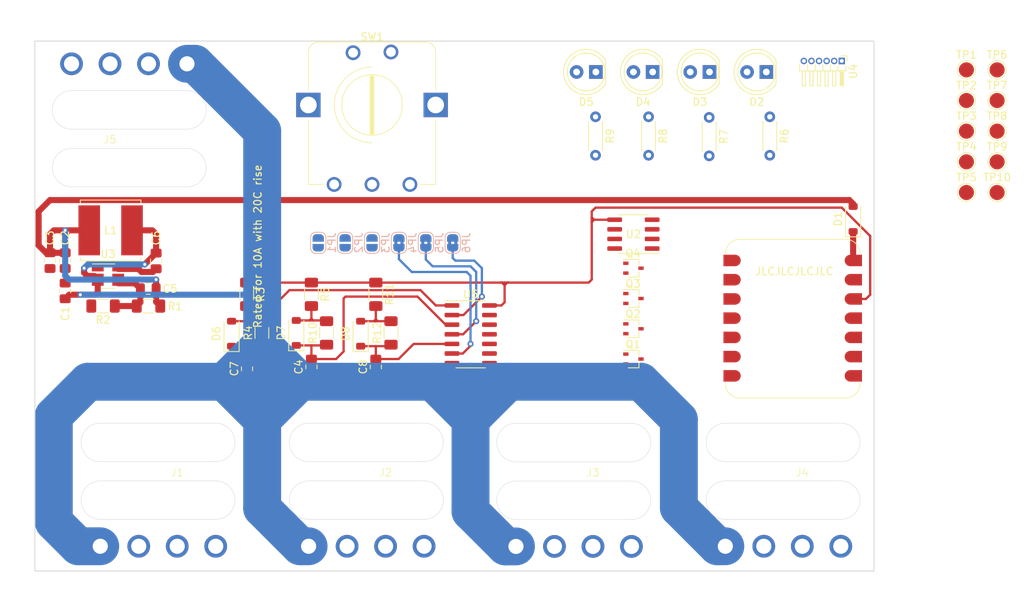
<source format=kicad_pcb>
(kicad_pcb (version 20221018) (generator pcbnew)
  (layers (0 "F.Cu" signal) (31 "B.Cu" signal) (34 "B.Paste" user) (35 "F.Paste" user) (36 "B.SilkS" user "B.Silkscreen") (37 "F.SilkS" user "F.Silkscreen") (38 "B.Mask" user) (39 "F.Mask" user) (44 "Edge.Cuts" user))
  (net 0 "")
  (net 1 "+12V")
  (net 2 "GND")
  (net 3 "+5V")
  (net 4 "Net-(U3-FB)")
  (net 5 "Net-(U3-SW)")
  (net 6 "Net-(U3-BST)")
  (net 7 "Net-(D1-K)")
  (net 8 "Net-(D2-K)")
  (net 9 "valve_1")
  (net 10 "Net-(D3-K)")
  (net 11 "valve_2")
  (net 12 "Net-(D4-K)")
  (net 13 "valve_3")
  (net 14 "Net-(D5-K)")
  (net 15 "valve_4")
  (net 16 "Net-(J1-Pin_2)")
  (net 18 "Net-(J2-Pin_2)")
  (net 20 "Net-(J3-Pin_2)")
  (net 22 "Net-(J4-Pin_2)")
  (net 24 "Net-(J5-Pin_2)")
  (net 25 "Net-(J5-Pin_3)")
  (net 26 "inverter_2")
  (net 27 "+3V3")
  (net 28 "Net-(U1-D0)")
  (net 29 "Net-(U1-D1)")
  (net 30 "Net-(U1-D10)")
  (net 31 "Net-(U1-D9)")
  (net 33 "inverter_1")
  (net 34 "Net-(D8-K)")
  (net 35 "encoder_sw")
  (net 36 "encoder_A")
  (net 37 "encoder_B")
  (net 38 "controller_B")
  (net 39 "controller_A")
  (net 40 "controller_sw")
  (net 41 "Net-(JP4-A)")
  (net 42 "Net-(JP5-A)")
  (net 43 "Net-(JP6-A)")
  (footprint "TestPoint:TestPoint_Pad_D2.0mm" (layer "F.Cu") (at 227 33.8)
    (fp_text reference "TP6")
    (fp_text value "TestPoint")
  )
  (footprint "Resistor_THT:R_Axial_DIN0204_L3.6mm_D1.6mm_P5.08mm_Horizontal" (layer "F.Cu") (at 197 40 -90)
    (fp_text reference "R6")
    (fp_text value "52.3k")
  )
  (footprint "TestPoint:TestPoint_Pad_D2.0mm" (layer "F.Cu") (at 222.95 45.95)
    (fp_text reference "TP4")
    (fp_text value "TestPoint")
  )
  (footprint "Package_TO_SOT_SMD:SOT-23-6_Handsoldering" (layer "F.Cu") (at 109.65 61.05)
    (fp_text reference "U3")
    (fp_text value "AP62200WU-7")
  )
  (footprint "Package_TO_SOT_SMD:SOT-323_SC-70" (layer "F.Cu") (at 179 60)
    (fp_text reference "Q4")
    (fp_text value "DMN2004WK")
  )
  (footprint "TestPoint:TestPoint_Pad_D2.0mm" (layer "F.Cu") (at 227 45.95)
    (fp_text reference "TP9")
    (fp_text value "TestPoint")
  )
  (footprint "Diode_SMD:D_SOD-123" (layer "F.Cu") (at 208 53.5 90)
    (fp_text reference "D1")
    (fp_text value "B5817W")
  )
  (footprint "Capacitor_SMD:C_0805_2012Metric_Pad1.18x1.45mm_HandSolder" (layer "F.Cu") (at 104 63 90)
    (fp_text reference "C1")
    (fp_text value "10u")
  )
  (footprint "LED_THT:LED_D5.0mm" (layer "F.Cu") (at 189.04 34.08 180)
    (fp_text reference "D3")
    (fp_text value "LED")
  )
  (footprint "Package_SO:SOIC-8_3.9x4.9mm_P1.27mm" (layer "F.Cu") (at 179 55.5 180)
    (fp_text reference "U2")
    (fp_text value "ATA6561-GAQW-N")
  )
  (footprint "Imported_Parts:14 AWG 01x04" (layer "F.Cu") (at 109.92 27.92 180)
    (fp_text reference "J5")
    (fp_text value "Conn_01x04")
    (fp_line (start -10.16 -21.336) (end 5.08 -21.336) (stroke (width 0.05)) (layer "Edge.Cuts"))
    (fp_line (start -10.16 -13.716) (end 5.08 -13.716) (stroke (width 0.05)) (layer "Edge.Cuts"))
    (fp_line (start 5.08 -16.256) (end -10.16 -16.256) (stroke (width 0.05)) (layer "Edge.Cuts"))
    (fp_line (start 5.08 -8.636) (end -10.16 -8.636) (stroke (width 0.05)) (layer "Edge.Cuts"))
    (fp_arc (start -10.16 -16.256) (mid -12.7 -18.796) (end -10.16 -21.336) (stroke (width 0.05)) (layer "Edge.Cuts"))
    (fp_arc (start -10.16 -8.636) (mid -12.7 -11.176) (end -10.16 -13.716) (stroke (width 0.05)) (layer "Edge.Cuts"))
    (fp_arc (start 5.08 -21.336) (mid 7.62 -18.796) (end 5.08 -16.256) (stroke (width 0.05)) (layer "Edge.Cuts"))
    (fp_arc (start 5.08 -13.716) (mid 7.62 -11.176) (end 5.08 -8.636) (stroke (width 0.05)) (layer "Edge.Cuts"))
  )
  (footprint "Resistor_SMD:R_1206_3216Metric_Pad1.30x1.75mm_HandSolder" (layer "F.Cu") (at 129.9625 68.55 90)
    (fp_text reference "R4")
    (fp_text value "3.3k")
  )
  (footprint "TestPoint:TestPoint_Pad_D2.0mm" (layer "F.Cu") (at 227 37.85)
    (fp_text reference "TP7")
    (fp_text value "TestPoint")
  )
  (footprint "Capacitor_SMD:C_0805_2012Metric_Pad1.18x1.45mm_HandSolder" (layer "F.Cu") (at 145 73.0375 90)
    (fp_text reference "C8")
    (fp_text value "22u")
  )
  (footprint "Package_TO_SOT_SMD:SOT-323_SC-70" (layer "F.Cu") (at 179 64)
    (fp_text reference "Q3")
    (fp_text value "DMN2004WK")
  )
  (footprint "Resistor_SMD:R_1206_3216Metric_Pad1.30x1.75mm_HandSolder" (layer "F.Cu") (at 136.5 63.45 -90)
    (fp_text reference "R5")
    (fp_text value "2.7k")
  )
  (footprint "Connector_PinHeader_1.00mm:PinHeader_1x06_P1.00mm_Horizontal" (layer "F.Cu") (at 206.5 32.625 -90)
    (fp_text reference "U4")
    (fp_text value "I2C_LCD")
  )
  (footprint "Resistor_SMD:R_1206_3216Metric_Pad1.30x1.75mm_HandSolder" (layer "F.Cu") (at 127.9625 63.45 -90)
    (fp_text reference "R3")
    (fp_text value "2.7k")
  )
  (footprint "TestPoint:TestPoint_Pad_D2.0mm" (layer "F.Cu") (at 222.95 50)
    (fp_text reference "TP5")
    (fp_text value "TestPoint")
  )
  (footprint "TestPoint:TestPoint_Pad_D2.0mm" (layer "F.Cu") (at 222.95 41.9)
    (fp_text reference "TP3")
    (fp_text value "TestPoint")
  )
  (footprint "Diode_SMD:D_SOD-123" (layer "F.Cu") (at 125.9625 68.65 90)
    (fp_text reference "D6")
    (fp_text value "B5817W")
  )
  (footprint "Resistor_SMD:R_1206_3216Metric_Pad1.30x1.75mm_HandSolder" (layer "F.Cu") (at 115 65 180)
    (fp_text reference "R1")
    (fp_text value "52.3k")
  )
  (footprint "TestPoint:TestPoint_Pad_D2.0mm" (layer "F.Cu") (at 222.95 37.85)
    (fp_text reference "TP2")
    (fp_text value "TestPoint")
  )
  (footprint "Capacitor_SMD:C_0805_2012Metric_Pad1.18x1.45mm_HandSolder" (layer "F.Cu") (at 116 59.0375 -90)
    (fp_text reference "C6")
    (fp_text value "220nF")
  )
  (footprint "Resistor_SMD:R_1206_3216Metric_Pad1.30x1.75mm_HandSolder" (layer "F.Cu") (at 147 68.55 90)
    (fp_text reference "R12")
    (fp_text value "3.3k")
  )
  (footprint "TestPoint:TestPoint_Pad_D2.0mm" (layer "F.Cu") (at 222.95 33.8)
    (fp_text reference "TP1")
    (fp_text value "TestPoint")
  )
  (footprint "Imported_Parts:IND_SRN8040TA-4R7M" (layer "F.Cu") (at 110 55 180)
    (fp_text reference "L1")
    (fp_text value "SRN8040TA-4R7M")
  )
  (footprint "Resistor_SMD:R_1206_3216Metric_Pad1.30x1.75mm_HandSolder" (layer "F.Cu") (at 145 63.45 -90)
    (fp_text reference "R11")
    (fp_text value "2.7k")
  )
  (footprint "Resistor_THT:R_Axial_DIN0204_L3.6mm_D1.6mm_P5.08mm_Horizontal" (layer "F.Cu") (at 174 40 -90)
    (fp_text reference "R9")
    (fp_text value "52.3k")
  )
  (footprint "Imported_Parts:14 AWG 01x04" (layer "F.Cu") (at 146.29 101.8095)
    (fp_text reference "J2")
    (fp_text value "Conn_01x04")
    (fp_line (start -10.16 -21.336) (end 5.08 -21.336) (stroke (width 0.05)) (layer "Edge.Cuts"))
    (fp_line (start -10.16 -13.716) (end 5.08 -13.716) (stroke (width 0.05)) (layer "Edge.Cuts"))
    (fp_line (start 5.08 -16.256) (end -10.16 -16.256) (stroke (width 0.05)) (layer "Edge.Cuts"))
    (fp_line (start 5.08 -8.636) (end -10.16 -8.636) (stroke (width 0.05)) (layer "Edge.Cuts"))
    (fp_arc (start -10.16 -16.256) (mid -12.7 -18.796) (end -10.16 -21.336) (stroke (width 0.05)) (layer "Edge.Cuts"))
    (fp_arc (start -10.16 -8.636) (mid -12.7 -11.176) (end -10.16 -13.716) (stroke (width 0.05)) (layer "Edge.Cuts"))
    (fp_arc (start 5.08 -21.336) (mid 7.62 -18.796) (end 5.08 -16.256) (stroke (width 0.05)) (layer "Edge.Cuts"))
    (fp_arc (start 5.08 -13.716) (mid 7.62 -11.176) (end 5.08 -8.636) (stroke (width 0.05)) (layer "Edge.Cuts"))
  )
  (footprint "Imported_Parts:14 AWG 01x04" (layer "F.Cu") (at 173.66 101.83)
    (fp_text reference "J3")
    (fp_text value "Conn_01x04")
    (fp_line (start -10.16 -21.336) (end 5.08 -21.336) (stroke (width 0.05)) (layer "Edge.Cuts"))
    (fp_line (start -10.16 -13.716) (end 5.08 -13.716) (stroke (width 0.05)) (layer "Edge.Cuts"))
    (fp_line (start 5.08 -16.256) (end -10.16 -16.256) (stroke (width 0.05)) (layer "Edge.Cuts"))
    (fp_line (start 5.08 -8.636) (end -10.16 -8.636) (stroke (width 0.05)) (layer "Edge.Cuts"))
    (fp_arc (start -10.16 -16.256) (mid -12.7 -18.796) (end -10.16 -21.336) (stroke (width 0.05)) (layer "Edge.Cuts"))
    (fp_arc (start -10.16 -8.636) (mid -12.7 -11.176) (end -10.16 -13.716) (stroke (width 0.05)) (layer "Edge.Cuts"))
    (fp_arc (start 5.08 -21.336) (mid 7.62 -18.796) (end 5.08 -16.256) (stroke (width 0.05)) (layer "Edge.Cuts"))
    (fp_arc (start 5.08 -13.716) (mid 7.62 -11.176) (end 5.08 -8.636) (stroke (width 0.05)) (layer "Edge.Cuts"))
  )
  (footprint "Imported_Parts:14 AWG 01x04" (layer "F.Cu") (at 201.29 101.8095)
    (fp_text reference "J4")
    (fp_text value "Conn_01x04")
    (fp_line (start -10.16 -21.336) (end 5.08 -21.336) (stroke (width 0.05)) (layer "Edge.Cuts"))
    (fp_line (start -10.16 -13.716) (end 5.08 -13.716) (stroke (width 0.05)) (layer "Edge.Cuts"))
    (fp_line (start 5.08 -16.256) (end -10.16 -16.256) (stroke (width 0.05)) (layer "Edge.Cuts"))
    (fp_line (start 5.08 -8.636) (end -10.16 -8.636) (stroke (width 0.05)) (layer "Edge.Cuts"))
    (fp_arc (start -10.16 -16.256) (mid -12.7 -18.796) (end -10.16 -21.336) (stroke (width 0.05)) (layer "Edge.Cuts"))
    (fp_arc (start -10.16 -8.636) (mid -12.7 -11.176) (end -10.16 -13.716) (stroke (width 0.05)) (layer "Edge.Cuts"))
    (fp_arc (start 5.08 -21.336) (mid 7.62 -18.796) (end 5.08 -16.256) (stroke (width 0.05)) (layer "Edge.Cuts"))
    (fp_arc (start 5.08 -13.716) (mid 7.62 -11.176) (end 5.08 -8.636) (stroke (width 0.05)) (layer "Edge.Cuts"))
  )
  (footprint "Capacitor_SMD:C_0805_2012Metric_Pad1.18x1.45mm_HandSolder" (layer "F.Cu") (at 104 59 90)
    (fp_text reference "C2")
    (fp_text value "22u")
  )
  (footprint "Diode_SMD:D_SOD-123" (layer "F.Cu") (at 134.5 68.55 90)
    (fp_text reference "D7")
    (fp_text value "B5817W")
  )
  (footprint "Diode_SMD:D_SOD-123" (layer "F.Cu") (at 143 68.65 90)
    (fp_text reference "D8")
    (fp_text value "B5817W")
  )
  (footprint "Imported_Parts:XIAO ESP32-C3" (layer "F.Cu") (at 191.135 77.1395 90)
    (fp_text reference "U1" hide)
    (fp_text value "Xiao ESP32-C3")
  )
  (footprint "LED_THT:LED_D5.0mm" (layer "F.Cu") (at 174.04 34.08 180)
    (fp_text reference "D5")
    (fp_text value "LED")
  )
  (footprint "Imported_Parts:14 AWG 01x04" (layer "F.Cu") (at 118.79 101.8095)
    (fp_text reference "J1")
    (fp_text value "Conn_01x04")
    (fp_line (start -10.16 -21.336) (end 5.08 -21.336) (stroke (width 0.05)) (layer "Edge.Cuts"))
    (fp_line (start -10.16 -13.716) (end 5.08 -13.716) (stroke (width 0.05)) (layer "Edge.Cuts"))
    (fp_line (start 5.08 -16.256) (end -10.16 -16.256) (stroke (width 0.05)) (layer "Edge.Cuts"))
    (fp_line (start 5.08 -8.636) (end -10.16 -8.636) (stroke (width 0.05)) (layer "Edge.Cuts"))
    (fp_arc (start -10.16 -16.256) (mid -12.7 -18.796) (end -10.16 -21.336) (stroke (width 0.05)) (layer "Edge.Cuts"))
    (fp_arc (start -10.16 -8.636) (mid -12.7 -11.176) (end -10.16 -13.716) (stroke (width 0.05)) (layer "Edge.Cuts"))
    (fp_arc (start 5.08 -21.336) (mid 7.62 -18.796) (end 5.08 -16.256) (stroke (width 0.05)) (layer "Edge.Cuts"))
    (fp_arc (start 5.08 -13.716) (mid 7.62 -11.176) (end 5.08 -8.636) (stroke (width 0.05)) (layer "Edge.Cuts"))
  )
  (footprint "Capacitor_SMD:C_0805_2012Metric_Pad1.18x1.45mm_HandSolder" (layer "F.Cu") (at 128 73.2875 90)
    (fp_text reference "C7")
    (fp_text value "22u")
  )
  (footprint "LED_THT:LED_D5.0mm" (layer "F.Cu") (at 196.54 34.08 180)
    (fp_text reference "D2")
    (fp_text value "LED")
  )
  (footprint "LED_THT:LED_D5.0mm" (layer "F.Cu") (at 181.54 34.08 180)
    (fp_text reference "D4")
    (fp_text value "LED")
  )
  (footprint "TestPoint:TestPoint_Pad_D2.0mm" (layer "F.Cu") (at 227 50)
    (fp_text reference "TP10")
    (fp_text value "TestPoint")
  )
  (footprint "TestPoint:TestPoint_Pad_D2.0mm" (layer "F.Cu") (at 227 41.9)
    (fp_text reference "TP8")
    (fp_text value "TestPoint")
  )
  (footprint "Package_SO:SO-14_3.9x8.65mm_P1.27mm" (layer "F.Cu") (at 157.525 68.73)
    (fp_text reference "U5")
    (fp_text value "CD74HC14M96")
  )
  (footprint "Capacitor_SMD:C_0805_2012Metric_Pad1.18x1.45mm_HandSolder" (layer "F.Cu") (at 102 59 90)
    (fp_text reference "C3")
    (fp_text value "22u")
  )
  (footprint "Resistor_SMD:R_1206_3216Metric_Pad1.30x1.75mm_HandSolder" (layer "F.Cu") (at 109 65 180)
    (fp_text reference "R2")
    (fp_text value "10k")
  )
  (footprint "Package_TO_SOT_SMD:SOT-323_SC-70" (layer "F.Cu") (at 179 72)
    (fp_text reference "Q1")
    (fp_text value "DMN2004WK")
  )
  (footprint "Capacitor_SMD:C_0805_2012Metric_Pad1.18x1.45mm_HandSolder" (layer "F.Cu") (at 114.965512 62.714131 180)
    (fp_text reference "C5")
    (fp_text value "100pF")
  )
  (footprint "Package_TO_SOT_SMD:SOT-323_SC-70" (layer "F.Cu") (at 179 68)
    (fp_text reference "Q2")
    (fp_text value "DMN2004WK")
  )
  (footprint "Resistor_THT:R_Axial_DIN0204_L3.6mm_D1.6mm_P5.08mm_Horizontal" (layer "F.Cu") (at 189 40.08 -90)
    (fp_text reference "R7")
    (fp_text value "52.3k")
  )
  (footprint "Resistor_SMD:R_1206_3216Metric_Pad1.30x1.75mm_HandSolder" (layer "F.Cu") (at 138.5 68.55 90)
    (fp_text reference "R10")
    (fp_text value "3.3k")
  )
  (footprint "Resistor_THT:R_Axial_DIN0204_L3.6mm_D1.6mm_P5.08mm_Horizontal" (layer "F.Cu") (at 181 40 -90)
    (fp_text reference "R8")
    (fp_text value "52.3k")
  )
  (footprint "Capacitor_SMD:C_0805_2012Metric_Pad1.18x1.45mm_HandSolder" (layer "F.Cu") (at 136.5 73.0375 90)
    (fp_text reference "C4")
    (fp_text value "22u")
  )
  (footprint "Imported_Parts:PEC16-4015F-S0024" (layer "F.Cu") (at 144.5 48.9375)
    (fp_text reference "SW1")
    (fp_text value "Encoder")
  )
  (footprint "Jumper:SolderJumper-2_P1.3mm_Bridged2Bar_RoundedPad1.0x1.5mm" (layer "B.Cu") (at 148.05 56.65 90)
    (fp_text reference "JP4")
    (fp_text value "SolderJumper_2_Bridged")
  )
  (footprint "Jumper:SolderJumper-2_P1.3mm_Bridged2Bar_RoundedPad1.0x1.5mm" (layer "B.Cu") (at 151.6 56.65 90)
    (fp_text reference "JP5")
    (fp_text value "SolderJumper_2_Bridged")
  )
  (footprint "Jumper:SolderJumper-2_P1.3mm_Bridged2Bar_RoundedPad1.0x1.5mm" (layer "B.Cu") (at 155.15 56.65 90)
    (fp_text reference "JP6")
    (fp_text value "SolderJumper_2_Bridged")
  )
  (footprint "Jumper:SolderJumper-2_P1.3mm_Open_RoundedPad1.0x1.5mm" (layer "B.Cu") (at 140.95 56.65 90)
    (fp_text reference "JP2")
    (fp_text value "SolderJumper_2_Open")
  )
  (footprint "Jumper:SolderJumper-2_P1.3mm_Open_RoundedPad1.0x1.5mm" (layer "B.Cu") (at 144.5 56.65 90)
    (fp_text reference "JP3")
    (fp_text value "SolderJumper_2_Open")
  )
  (footprint "Jumper:SolderJumper-2_P1.3mm_Open_RoundedPad1.0x1.5mm" (layer "B.Cu") (at 137.4 56.65 90)
    (fp_text reference "JP1")
    (fp_text value "SolderJumper_2_Open")
  )
  (gr_rect (start 100 30) (end 210.75 100) (stroke (width 0.1)) (fill none) (layer "Edge.Cuts"))
  (gr_text "Rated for 10A with 20C rise" (at 130 68 90) (layer "F.SilkS") (effects (font (size 1 1)) (justify left bottom)))
  (gr_text "JLCJLCJLCJLC" (at 195 61) (layer "F.SilkS") (effects (font (size 1 1)) (justify left bottom)))
  (segment (start 104.5375 63.5) (end 104 64.0375) (width 0.8) (layer "F.Cu") (net 1))
  (segment (start 108.3 62) (end 108.3 63.2) (width 0.8) (layer "F.Cu") (net 1))
  (segment (start 108 63.5) (end 104.5375 63.5) (width 0.8) (layer "F.Cu") (net 1))
  (segment (start 108.3 63.2) (end 108 63.5) (width 0.8) (layer "F.Cu") (net 1))
  (via (at 106 63.5) (size 0.8) (drill 0.4) (layers "F.Cu" "B.Cu") (net 1))
  (segment (start 162.122801 96.75) (end 157.5 92.127199) (width 5) (layer "B.Cu") (net 1))
  (segment (start 121.125738 33) (end 130 41.874262) (width 5) (layer "B.Cu") (net 1))
  (segment (start 102.5 93.5) (end 102.5 79.5) (width 5) (layer "B.Cu") (net 1))
  (segment (start 157.5 92.127199) (end 157.5 75) (width 5) (layer "B.Cu") (net 1))
  (segment (start 135 75) (end 130 80) (width 5) (layer "B.Cu") (net 1))
  (segment (start 130 70) (end 135 75) (width 5) (layer "B.Cu") (net 1))
  (segment (start 130 80) (end 125 75) (width 5) (layer "B.Cu") (net 1))
  (segment (start 130 41.874262) (end 130 63.5) (width 5) (layer "B.Cu") (net 1))
  (segment (start 130 91.711037) (end 130 80) (width 5) (layer "B.Cu") (net 1))
  (segment (start 135.018463 96.7295) (end 130 91.711037) (width 5) (layer "B.Cu") (net 1))
  (segment (start 157.5 80) (end 152.5 75) (width 5) (layer "B.Cu") (net 1))
  (segment (start 107 75) (end 125 75) (width 5) (layer "B.Cu") (net 1))
  (segment (start 130 63.5) (end 130 70) (width 5) (layer "B.Cu") (net 1))
  (segment (start 120.08 33) (end 121.125738 33) (width 5) (layer "B.Cu") (net 1))
  (segment (start 108.63 96.7295) (end 105.7295 96.7295) (width 5) (layer "B.Cu") (net 1))
  (segment (start 130 80) (end 130 75) (width 5) (layer "B.Cu") (net 1))
  (segment (start 125 75) (end 130 75) (width 5) (layer "B.Cu") (net 1))
  (segment (start 105.7295 96.7295) (end 102.5 93.5) (width 5) (layer "B.Cu") (net 1))
  (segment (start 136.13 96.7295) (end 135.018463 96.7295) (width 5) (layer "B.Cu") (net 1))
  (segment (start 185 80) (end 185 91.645238) (width 5) (layer "B.Cu") (net 1))
  (segment (start 130 70) (end 130 75) (width 5) (layer "B.Cu") (net 1))
  (segment (start 185 91.645238) (end 190.084262 96.7295) (width 5) (layer "B.Cu") (net 1))
  (segment (start 130 75) (end 135 75) (width 5) (layer "B.Cu") (net 1))
  (segment (start 135 75) (end 157.5 75) (width 5) (layer "B.Cu") (net 1))
  (segment (start 125 75) (end 130 70) (width 5) (layer "B.Cu") (net 1))
  (segment (start 106 63.5) (end 130 63.5) (width 0.8) (layer "B.Cu") (net 1))
  (segment (start 102.5 79.5) (end 107 75) (width 5) (layer "B.Cu") (net 1))
  (segment (start 157.5 75) (end 180 75) (width 5) (layer "B.Cu") (net 1))
  (segment (start 162.5 75) (end 157.5 80) (width 5) (layer "B.Cu") (net 1))
  (segment (start 163.5 96.75) (end 162.122801 96.75) (width 5) (layer "B.Cu") (net 1))
  (segment (start 185 80) (end 180 75) (width 5) (layer "B.Cu") (net 1))
  (segment (start 190.084262 96.7295) (end 191.13 96.7295) (width 5) (layer "B.Cu") (net 1))
  (segment (start 104.5 55) (end 104 55) (width 0.8) (layer "F.Cu") (net 3))
  (segment (start 103.5 55) (end 102.5 55) (width 0.8) (layer "F.Cu") (net 3))
  (segment (start 102 57.9625) (end 101.4625 57.9625) (width 0.8) (layer "F.Cu") (net 3))
  (segment (start 116.003012 64.453012) (end 116.55 65) (width 0.8) (layer "F.Cu") (net 3))
  (segment (start 100.5 52.5) (end 102 51) (width 0.8) (layer "F.Cu") (net 3))
  (segment (start 100.5 57) (end 100.5 52.5) (width 0.8) (layer "F.Cu") (net 3))
  (segment (start 107.175 55) (end 104.5 55) (width 0.8) (layer "F.Cu") (net 3))
  (segment (start 102 51) (end 207.5 51) (width 0.8) (layer "F.Cu") (net 3))
  (segment (start 208 51.85) (end 208 51.5) (width 0.8) (layer "F.Cu") (net 3))
  (segment (start 102 55.5) (end 102 57.9625) (width 0.8) (layer "F.Cu") (net 3))
  (segment (start 104 55.5) (end 103.5 55) (width 0.8) (layer "F.Cu") (net 3))
  (segment (start 116.003012 62.714131) (end 116.003012 61.503012) (width 0.8) (layer "F.Cu") (net 3))
  (segment (start 102.5 55) (end 102 55.5) (width 0.8) (layer "F.Cu") (net 3))
  (segment (start 104.5 55) (end 104 55.5) (width 0.8) (layer "F.Cu") (net 3))
  (segment (start 116.003012 61.503012) (end 116 61.5) (width 0.8) (layer "F.Cu") (net 3))
  (segment (start 101.4625 57.9625) (end 100.5 57) (width 0.8) (layer "F.Cu") (net 3))
  (segment (start 104 55.5) (end 104 55) (width 0.8) (layer "F.Cu") (net 3))
  (segment (start 104 55) (end 103.5 55) (width 0.8) (layer "F.Cu") (net 3))
  (segment (start 104 57.9625) (end 104 55.5) (width 0.8) (layer "F.Cu") (net 3))
  (segment (start 116.003012 62.714131) (end 116.003012 64.453012) (width 0.8) (layer "F.Cu") (net 3))
  (segment (start 104 57.9625) (end 102 57.9625) (width 0.8) (layer "F.Cu") (net 3))
  (segment (start 208 51.5) (end 207.5 51) (width 0.8) (layer "F.Cu") (net 3))
  (via (at 104 55) (size 0.8) (drill 0.4) (layers "F.Cu" "B.Cu") (net 3))
  (via (at 116 61.5) (size 0.8) (drill 0.4) (layers "F.Cu" "B.Cu") (net 3))
  (segment (start 104 61) (end 104 55) (width 0.8) (layer "B.Cu") (net 3))
  (segment (start 116 61.5) (end 104.5 61.5) (width 0.8) (layer "B.Cu") (net 3))
  (segment (start 104.5 61.5) (end 104 61) (width 0.8) (layer "B.Cu") (net 3))
  (segment (start 113.45 65) (end 110.55 65) (width 0.8) (layer "F.Cu") (net 4))
  (segment (start 111 62) (end 113.213881 62) (width 0.8) (layer "F.Cu") (net 4))
  (segment (start 113.213881 62) (end 113.928012 62.714131) (width 0.8) (layer "F.Cu") (net 4))
  (segment (start 113.928012 64.521988) (end 113.45 65) (width 0.8) (layer "F.Cu") (net 4))
  (segment (start 113.928012 62.714131) (end 113.928012 64.521988) (width 0.8) (layer "F.Cu") (net 4))
  (segment (start 106.5 60) (end 106.5 60.605) (width 0.8) (layer "F.Cu") (net 5))
  (segment (start 116 55.5) (end 115.5 55) (width 0.8) (layer "F.Cu") (net 5))
  (segment (start 106.5 60.605) (end 106.92 61.025) (width 0.8) (layer "F.Cu") (net 5))
  (segment (start 116 58) (end 114.5 59.5) (width 0.8) (layer "F.Cu") (net 5))
  (segment (start 115.5 55) (end 112.825 55) (width 0.8) (layer "F.Cu") (net 5))
  (segment (start 116 58) (end 116 55.5) (width 0.8) (layer "F.Cu") (net 5))
  (segment (start 106.92 61.025) (end 107.860786 61.025) (width 0.8) (layer "F.Cu") (net 5))
  (via (at 114.5 59.5) (size 0.8) (drill 0.4) (layers "F.Cu" "B.Cu") (net 5))
  (via (at 106.5 60) (size 0.8) (drill 0.4) (layers "F.Cu" "B.Cu") (net 5))
  (segment (start 107 59.5) (end 106.5 60) (width 0.8) (layer "B.Cu") (net 5))
  (segment (start 114.5 59.5) (end 107 59.5) (width 0.8) (layer "B.Cu") (net 5))
  (segment (start 111 60.1) (end 113.685786 60.1) (width 0.8) (layer "F.Cu") (net 6))
  (segment (start 114.085787 60.500001) (end 115.574999 60.500001) (width 0.8) (layer "F.Cu") (net 6))
  (segment (start 115.574999 60.500001) (end 116 60.075) (width 0.8) (layer "F.Cu") (net 6))
  (segment (start 113.685786 60.1) (end 114.085787 60.500001) (width 0.8) (layer "F.Cu") (net 6))
  (segment (start 208 58.5715) (end 208.407 58.9785) (width 0.8) (layer "F.Cu") (net 7))
  (segment (start 208 55.15) (end 208 58.5715) (width 0.8) (layer "F.Cu") (net 7))
  (segment (start 154.21 67.46) (end 150.5 63.75) (width 0.3) (layer "F.Cu") (net 26))
  (segment (start 136.5 70.2) (end 138.4 70.2) (width 0.3) (layer "F.Cu") (net 26))
  (segment (start 150.5 63.75) (end 141 63.75) (width 0.3) (layer "F.Cu") (net 26))
  (segment (start 140.75 64) (end 140.75 71) (width 0.3) (layer "F.Cu") (net 26))
  (segment (start 139.75 72) (end 136.5 72) (width 0.3) (layer "F.Cu") (net 26))
  (segment (start 134.5 70.2) (end 136.5 70.2) (width 0.3) (layer "F.Cu") (net 26))
  (segment (start 140.75 71) (end 139.75 72) (width 0.3) (layer "F.Cu") (net 26))
  (segment (start 141 63.75) (end 140.75 64) (width 0.3) (layer "F.Cu") (net 26))
  (segment (start 155.05 67.46) (end 154.21 67.46) (width 0.3) (layer "F.Cu") (net 26))
  (segment (start 136.5 70.2) (end 136.5 72) (width 0.3) (layer "F.Cu") (net 26))
  (segment (start 138.4 70.2) (end 138.5 70.1) (width 0.3) (layer "F.Cu") (net 26))
  (segment (start 206.5 52) (end 174 52) (width 0.3) (layer "F.Cu") (net 27))
  (segment (start 161.5 61.9) (end 162 61.9) (width 0.3) (layer "F.Cu") (net 27))
  (segment (start 161.58 64.92) (end 162 64.5) (width 0.3) (layer "F.Cu") (net 27))
  (segment (start 161.65 61.9) (end 162 62.25) (width 0.3) (layer "F.Cu") (net 27))
  (segment (start 173.595 53.595) (end 173.5 53.5) (width 0.3) (layer "F.Cu") (net 27))
  (segment (start 208.407 64.0585) (end 209.6915 64.0585) (width 0.3) (layer "F.Cu") (net 27))
  (segment (start 210.25 63.5) (end 210.25 55.75) (width 0.3) (layer "F.Cu") (net 27))
  (segment (start 173.505 53.3) (end 173.8 53.595) (width 0.3) (layer "F.Cu") (net 27))
  (segment (start 173.8 53.595) (end 173.8 53.6) (width 0.3) (layer "F.Cu") (net 27))
  (segment (start 162.5 61.9) (end 173.1 61.9) (width 0.3) (layer "F.Cu") (net 27))
  (segment (start 176.525 53.595) (end 173.8 53.595) (width 0.3) (layer "F.Cu") (net 27))
  (segment (start 173.5 52.5) (end 173.5 53.3) (width 0.3) (layer "F.Cu") (net 27))
  (segment (start 162.5 61.9) (end 162.35 61.9) (width 0.3) (layer "F.Cu") (net 27))
  (segment (start 162 61.9) (end 162.5 61.9) (width 0.3) (layer "F.Cu") (net 27))
  (segment (start 174 52) (end 173.5 52.5) (width 0.3) (layer "F.Cu") (net 27))
  (segment (start 162 62.25) (end 162 61.9) (width 0.3) (layer "F.Cu") (net 27))
  (segment (start 160 64.92) (end 161.58 64.92) (width 0.3) (layer "F.Cu") (net 27))
  (segment (start 173.5 53.5) (end 173.5 53.3) (width 0.3) (layer "F.Cu") (net 27))
  (segment (start 161.5 61.9) (end 161.65 61.9) (width 0.3) (layer "F.Cu") (net 27))
  (segment (start 173.5 53.9) (end 173.5 53.5) (width 0.3) (layer "F.Cu") (net 27))
  (segment (start 173.8 53.595) (end 173.595 53.595) (width 0.3) (layer "F.Cu") (net 27))
  (segment (start 162.35 61.9) (end 162 62.25) (width 0.3) (layer "F.Cu") (net 27))
  (segment (start 173.5 53.3) (end 173.505 53.3) (width 0.3) (layer "F.Cu") (net 27))
  (segment (start 173.5 61.5) (end 173.5 53.9) (width 0.3) (layer "F.Cu") (net 27))
  (segment (start 162 64.5) (end 162 62.25) (width 0.3) (layer "F.Cu") (net 27))
  (segment (start 210.25 55.75) (end 206.5 52) (width 0.3) (layer "F.Cu") (net 27))
  (segment (start 173.1 61.9) (end 173.5 61.5) (width 0.3) (layer "F.Cu") (net 27))
  (segment (start 209.6915 64.0585) (end 210.25 63.5) (width 0.3) (layer "F.Cu") (net 27))
  (segment (start 127.9625 61.9) (end 161.5 61.9) (width 0.3) (layer "F.Cu") (net 27))
  (segment (start 173.8 53.6) (end 173.5 53.9) (width 0.3) (layer "F.Cu") (net 27))
  (segment (start 133.6 62.9) (end 132.25 64.25) (width 0.3) (layer "F.Cu") (net 33))
  (segment (start 128 70.3) (end 129.7625 70.3) (width 0.3) (layer "F.Cu") (net 33))
  (segment (start 150.9 62.9) (end 133.6 62.9) (width 0.3) (layer "F.Cu") (net 33))
  (segment (start 152.92 64.92) (end 150.9 62.9) (width 0.3) (layer "F.Cu") (net 33))
  (segment (start 132.25 71.5) (end 131.5 72.25) (width 0.3) (layer "F.Cu") (net 33))
  (segment (start 155.05 64.92) (end 152.92 64.92) (width 0.3) (layer "F.Cu") (net 33))
  (segment (start 131.5 72.25) (end 128 72.25) (width 0.3) (layer "F.Cu") (net 33))
  (segment (start 125.9625 70.3) (end 128 70.3) (width 0.3) (layer "F.Cu") (net 33))
  (segment (start 132.25 64.25) (end 132.25 71.5) (width 0.3) (layer "F.Cu") (net 33))
  (segment (start 128 70.3) (end 128 72.25) (width 0.3) (layer "F.Cu") (net 33))
  (segment (start 129.7625 70.3) (end 129.9625 70.1) (width 0.3) (layer "F.Cu") (net 33))
  (segment (start 145 72) (end 148 72) (width 0.3) (layer "F.Cu") (net 34))
  (segment (start 148 72) (end 150 70) (width 0.3) (layer "F.Cu") (net 34))
  (segment (start 145 70.3) (end 145 72) (width 0.3) (layer "F.Cu") (net 34))
  (segment (start 145 70.3) (end 146.8 70.3) (width 0.3) (layer "F.Cu") (net 34))
  (segment (start 146.8 70.3) (end 147 70.1) (width 0.3) (layer "F.Cu") (net 34))
  (segment (start 150 70) (end 155.05 70) (width 0.3) (layer "F.Cu") (net 34))
  (segment (start 143 70.3) (end 145 70.3) (width 0.3) (layer "F.Cu") (net 34))
  (segment (start 127.9625 65) (end 127.9625 66.6) (width 0.3) (layer "F.Cu") (net 35))
  (segment (start 127.9625 66.6) (end 127.9625 66.9625) (width 0.3) (layer "F.Cu") (net 35))
  (segment (start 125.9625 67) (end 127.6 67) (width 0.3) (layer "F.Cu") (net 35))
  (segment (start 127.9625 66.6625) (end 128.3 67) (width 0.3) (layer "F.Cu") (net 35))
  (segment (start 127.6 67) (end 128 67) (width 0.3) (layer "F.Cu") (net 35))
  (segment (start 127.9625 66.6) (end 127.9625 66.6625) (width 0.3) (layer "F.Cu") (net 35))
  (segment (start 127.9625 66.9625) (end 128 67) (width 0.3) (layer "F.Cu") (net 35))
  (segment (start 127.9375 66.6625) (end 127.6 67) (width 0.3) (layer "F.Cu") (net 35))
  (segment (start 127.9625 66.6625) (end 127.9375 66.6625) (width 0.3) (layer "F.Cu") (net 35))
  (segment (start 128 67) (end 128.3 67) (width 0.3) (layer "F.Cu") (net 35))
  (segment (start 128.3 67) (end 129.9625 67) (width 0.3) (layer "F.Cu") (net 35))
  (segment (start 136.25 66.9) (end 136.75 66.9) (width 0.3) (layer "F.Cu") (net 36))
  (segment (start 136.75 66.9) (end 138.4 66.9) (width 0.3) (layer "F.Cu") (net 36))
  (segment (start 134.5 66.9) (end 136.25 66.9) (width 0.3) (layer "F.Cu") (net 36))
  (segment (start 138.4 66.9) (end 138.5 67) (width 0.3) (layer "F.Cu") (net 36))
  (segment (start 136.5 65) (end 136.5 66.65) (width 0.3) (layer "F.Cu") (net 36))
  (segment (start 136.5 66.65) (end 136.75 66.9) (width 0.3) (layer "F.Cu") (net 36))
  (segment (start 136.5 66.65) (end 136.25 66.9) (width 0.3) (layer "F.Cu") (net 36))
  (segment (start 145 65) (end 145 66.75) (width 0.3) (layer "F.Cu") (net 37))
  (segment (start 145.25 67) (end 147 67) (width 0.3) (layer "F.Cu") (net 37))
  (segment (start 144.75 67) (end 145 67) (width 0.3) (layer "F.Cu") (net 37))
  (segment (start 145 66.75) (end 145.25 67) (width 0.3) (layer "F.Cu") (net 37))
  (segment (start 145 66.75) (end 145 67) (width 0.3) (layer "F.Cu") (net 37))
  (segment (start 143 67) (end 144.75 67) (width 0.3) (layer "F.Cu") (net 37))
  (segment (start 145 67) (end 145.25 67) (width 0.3) (layer "F.Cu") (net 37))
  (segment (start 145 66.75) (end 144.75 67) (width 0.3) (layer "F.Cu") (net 37))
  (segment (start 155.05 71.27) (end 156.48 71.27) (width 0.3) (layer "F.Cu") (net 41))
  (segment (start 157.5 70.25) (end 157.5 70) (width 0.3) (layer "F.Cu") (net 41))
  (segment (start 156.48 71.27) (end 157.5 70.25) (width 0.3) (layer "F.Cu") (net 41))
  (via (at 157.5 70) (size 0.8) (drill 0.4) (layers "F.Cu" "B.Cu") (net 41))
  (segment (start 157.5 61) (end 157 60.5) (width 0.3) (layer "B.Cu") (net 41))
  (segment (start 148.05 58.8) (end 149.75 60.5) (width 0.3) (layer "B.Cu") (net 41))
  (segment (start 157.5 70) (end 157.5 61) (width 0.3) (layer "B.Cu") (net 41))
  (segment (start 157 60.5) (end 149.75 60.5) (width 0.3) (layer "B.Cu") (net 41))
  (segment (start 148.05 57.3) (end 148.05 58.8) (width 0.3) (layer "B.Cu") (net 41))
  (segment (start 156.52 68.73) (end 158.25 67) (width 0.3) (layer "F.Cu") (net 42))
  (segment (start 155.05 68.73) (end 156.52 68.73) (width 0.3) (layer "F.Cu") (net 42))
  (via (at 158.25 67) (size 0.8) (drill 0.4) (layers "F.Cu" "B.Cu") (net 42))
  (segment (start 151.6 58.85) (end 152.5 59.75) (width 0.3) (layer "B.Cu") (net 42))
  (segment (start 157.5 59.75) (end 152.5 59.75) (width 0.3) (layer "B.Cu") (net 42))
  (segment (start 151.6 57.3) (end 151.6 58.85) (width 0.3) (layer "B.Cu") (net 42))
  (segment (start 158.25 60.5) (end 157.5 59.75) (width 0.3) (layer "B.Cu") (net 42))
  (segment (start 158.25 67) (end 158.25 60.5) (width 0.3) (layer "B.Cu") (net 42))
  (segment (start 155.05 66.19) (end 156.56 66.19) (width 0.3) (layer "F.Cu") (net 43))
  (segment (start 156.56 66.19) (end 159 63.75) (width 0.3) (layer "F.Cu") (net 43))
  (via (at 159 63.75) (size 0.8) (drill 0.4) (layers "F.Cu" "B.Cu") (net 43))
  (segment (start 159 63.75) (end 159 60) (width 0.3) (layer "B.Cu") (net 43))
  (segment (start 155.5 59) (end 158 59) (width 0.3) (layer "B.Cu") (net 43))
  (segment (start 155.15 58.65) (end 155.5 59) (width 0.3) (layer "B.Cu") (net 43))
  (segment (start 155.15 57.3) (end 155.15 58.65) (width 0.3) (layer "B.Cu") (net 43))
  (segment (start 159 60) (end 158 59) (width 0.3) (layer "B.Cu") (net 43))
)
</source>
